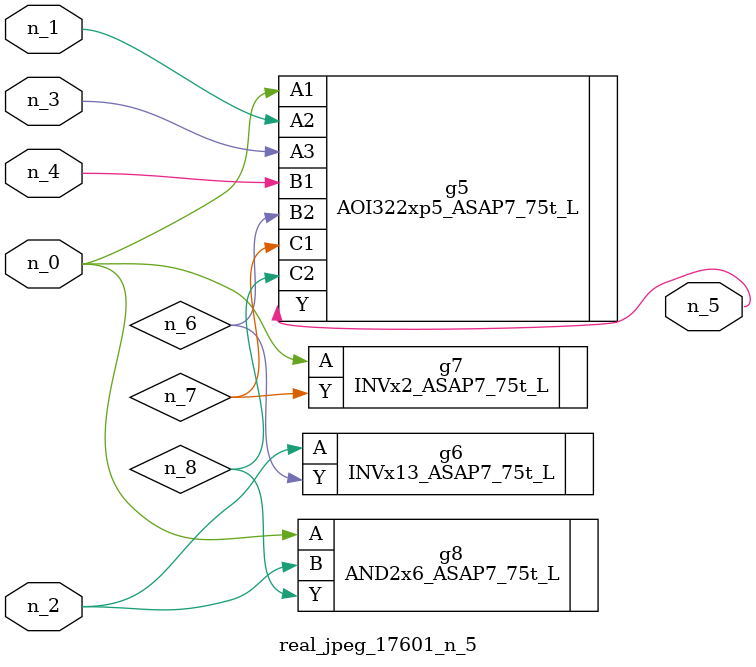
<source format=v>
module real_jpeg_17601_n_5 (n_4, n_0, n_1, n_2, n_3, n_5);

input n_4;
input n_0;
input n_1;
input n_2;
input n_3;

output n_5;

wire n_8;
wire n_6;
wire n_7;

AOI322xp5_ASAP7_75t_L g5 ( 
.A1(n_0),
.A2(n_1),
.A3(n_3),
.B1(n_4),
.B2(n_6),
.C1(n_7),
.C2(n_8),
.Y(n_5)
);

INVx2_ASAP7_75t_L g7 ( 
.A(n_0),
.Y(n_7)
);

AND2x6_ASAP7_75t_L g8 ( 
.A(n_0),
.B(n_2),
.Y(n_8)
);

INVx13_ASAP7_75t_L g6 ( 
.A(n_2),
.Y(n_6)
);


endmodule
</source>
